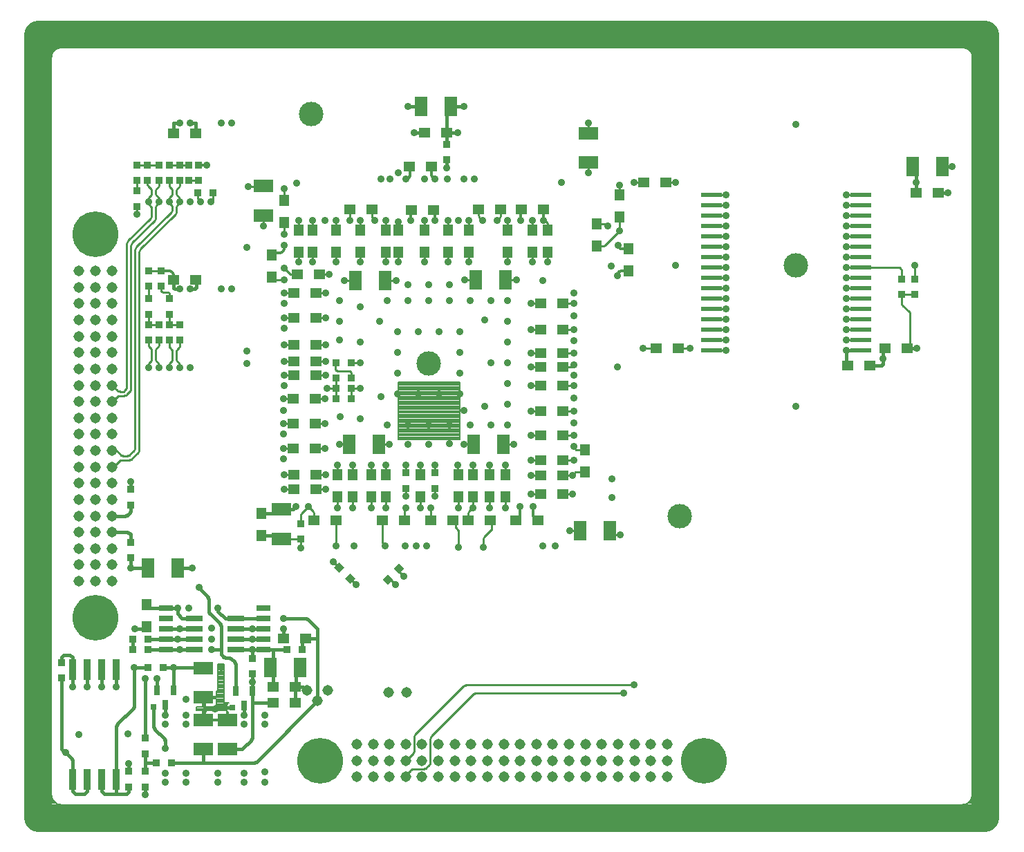
<source format=gbr>
G75*
G70*
%OFA0B0*%
%FSLAX24Y24*%
%IPPOS*%
%LPD*%
%AMOC8*
5,1,8,0,0,1.08239X$1,22.5*
%
%ADD10C,0.0515*%
%ADD11C,0.2205*%
%ADD12R,0.0800X0.0250*%
%ADD13R,0.0354X0.0354*%
%ADD14R,0.0551X0.0472*%
%ADD15R,0.0472X0.0551*%
%ADD16R,0.0354X0.0354*%
%ADD17R,0.1000X0.0220*%
%ADD18R,0.0630X0.0945*%
%ADD19R,0.0945X0.0630*%
%ADD20R,0.0250X0.0500*%
%ADD21R,0.0250X0.0250*%
%ADD22R,0.0700X0.0250*%
%ADD23R,0.0350X0.1000*%
%ADD24C,0.0360*%
%ADD25C,0.0100*%
%ADD26C,0.0160*%
%ADD27C,0.0120*%
%ADD28C,0.0080*%
%ADD29C,0.1339*%
%ADD30C,0.1266*%
%ADD31C,0.1181*%
D10*
X013905Y007105D03*
X014405Y006605D03*
X014905Y007105D03*
X017821Y007005D03*
X018689Y007005D03*
X018659Y004486D03*
X019446Y004486D03*
X019446Y003698D03*
X018659Y003698D03*
X018659Y002911D03*
X019446Y002911D03*
X020234Y002911D03*
X021021Y002911D03*
X021809Y002911D03*
X022596Y002911D03*
X022596Y003698D03*
X023383Y003698D03*
X024171Y003698D03*
X024171Y002911D03*
X023383Y002911D03*
X024958Y002911D03*
X024958Y003698D03*
X025746Y003698D03*
X026533Y003698D03*
X026533Y002911D03*
X025746Y002911D03*
X027320Y002911D03*
X027320Y003698D03*
X027320Y004486D03*
X026533Y004486D03*
X025746Y004486D03*
X024958Y004486D03*
X024171Y004486D03*
X023383Y004486D03*
X022596Y004486D03*
X021809Y004486D03*
X021021Y004486D03*
X020234Y004486D03*
X020234Y003698D03*
X021021Y003698D03*
X021809Y003698D03*
X017872Y003698D03*
X017872Y002911D03*
X017084Y002911D03*
X016297Y002911D03*
X016297Y003698D03*
X017084Y003698D03*
X017084Y004486D03*
X016297Y004486D03*
X017872Y004486D03*
X028108Y004486D03*
X028895Y004486D03*
X029683Y004486D03*
X030470Y004486D03*
X031257Y004486D03*
X031257Y003698D03*
X030470Y003698D03*
X030470Y002911D03*
X031257Y002911D03*
X029683Y002911D03*
X029683Y003698D03*
X028895Y003698D03*
X028108Y003698D03*
X028108Y002911D03*
X028895Y002911D03*
X004486Y012360D03*
X004486Y013147D03*
X004486Y013935D03*
X004486Y014722D03*
X004486Y015509D03*
X003698Y015509D03*
X002911Y015509D03*
X002911Y014722D03*
X003698Y014722D03*
X003698Y013935D03*
X002911Y013935D03*
X002911Y013147D03*
X003698Y013147D03*
X003698Y012360D03*
X002911Y012360D03*
X002911Y016297D03*
X003698Y016297D03*
X003698Y017084D03*
X002911Y017084D03*
X002911Y017872D03*
X003698Y017872D03*
X003698Y018659D03*
X002911Y018659D03*
X002911Y019446D03*
X003698Y019446D03*
X004486Y019446D03*
X004486Y018659D03*
X004486Y017872D03*
X004486Y017084D03*
X004486Y016297D03*
X004486Y020234D03*
X004486Y021021D03*
X004486Y021809D03*
X004486Y022596D03*
X004486Y023383D03*
X004486Y024171D03*
X004486Y024958D03*
X004486Y025746D03*
X004486Y026533D03*
X004486Y027320D03*
X003698Y027320D03*
X002911Y027320D03*
X002911Y026533D03*
X003698Y026533D03*
X003698Y025746D03*
X002911Y025746D03*
X002911Y024958D03*
X003698Y024958D03*
X003698Y024171D03*
X002911Y024171D03*
X002911Y023383D03*
X003698Y023383D03*
X003698Y022596D03*
X002911Y022596D03*
X002911Y021809D03*
X003698Y021809D03*
X003698Y021021D03*
X002911Y021021D03*
X002911Y020234D03*
X003698Y020234D03*
D11*
X003698Y029092D03*
X003698Y010588D03*
X014525Y003698D03*
X033029Y003698D03*
D12*
X010455Y009055D03*
X010455Y009555D03*
X010455Y010055D03*
X010455Y010555D03*
X008455Y010555D03*
X008455Y010055D03*
X008455Y009555D03*
X008455Y009055D03*
D13*
X006979Y008205D03*
X006231Y008205D03*
X006229Y009055D03*
X006229Y009555D03*
X005481Y009555D03*
X005481Y009055D03*
X002055Y008429D03*
X002055Y007681D03*
X006105Y004779D03*
X006105Y004031D03*
X006631Y003605D03*
X006105Y003179D03*
X005305Y003179D03*
X005305Y002431D03*
X006105Y002431D03*
X007379Y003605D03*
X011255Y007881D03*
X011255Y008629D03*
X012931Y009055D03*
X013679Y009055D03*
X013605Y014381D03*
X013605Y015129D03*
X018655Y016831D03*
X018655Y017579D03*
X020055Y017579D03*
X020055Y016831D03*
X016029Y021155D03*
X016029Y021655D03*
X016029Y022155D03*
X015281Y022155D03*
X015281Y021655D03*
X015281Y021155D03*
X015281Y022905D03*
X016029Y022905D03*
X007755Y023981D03*
X007255Y023981D03*
X006755Y023981D03*
X006255Y023981D03*
X006255Y024729D03*
X006755Y024729D03*
X007255Y024729D03*
X007755Y024729D03*
X007255Y025231D03*
X007255Y025979D03*
X006855Y026581D03*
X006255Y026581D03*
X006255Y027329D03*
X006855Y027329D03*
X006255Y025979D03*
X006255Y025231D03*
X005705Y030431D03*
X005705Y031179D03*
X005705Y031681D03*
X006205Y031681D03*
X006755Y031681D03*
X007255Y031681D03*
X007755Y031681D03*
X008205Y031681D03*
X008655Y031681D03*
X008631Y031105D03*
X009379Y031105D03*
X008655Y032429D03*
X008205Y032429D03*
X007755Y032429D03*
X007255Y032429D03*
X006755Y032429D03*
X006205Y032429D03*
X005705Y032429D03*
X020636Y032681D03*
X020636Y033429D03*
X005405Y016779D03*
X005405Y016031D03*
X005405Y014229D03*
X005405Y013481D03*
X042555Y026181D03*
X043205Y026181D03*
X043205Y026929D03*
X042555Y026929D03*
D14*
X042836Y023605D03*
X041774Y023605D03*
X041036Y022755D03*
X039974Y022755D03*
X031786Y023605D03*
X030724Y023605D03*
X026236Y023355D03*
X026236Y022705D03*
X026236Y021805D03*
X025174Y021805D03*
X025174Y022705D03*
X025174Y023355D03*
X025174Y024505D03*
X026236Y024505D03*
X026236Y025755D03*
X025174Y025755D03*
X025286Y030305D03*
X024224Y030305D03*
X023236Y030305D03*
X022174Y030305D03*
X019986Y030255D03*
X018924Y030255D03*
X017036Y030305D03*
X015974Y030305D03*
X018824Y032355D03*
X019886Y032355D03*
X019574Y034005D03*
X020636Y034005D03*
X014486Y027155D03*
X014336Y026255D03*
X013424Y027155D03*
X013274Y026255D03*
X013274Y025055D03*
X014336Y025055D03*
X014336Y023755D03*
X014336Y022955D03*
X014336Y022305D03*
X013274Y022305D03*
X013274Y022955D03*
X013274Y023755D03*
X013224Y021155D03*
X014286Y021155D03*
X014286Y019955D03*
X013224Y019955D03*
X013224Y018755D03*
X014286Y018755D03*
X014336Y017505D03*
X014336Y016805D03*
X013274Y016805D03*
X013274Y017505D03*
X014224Y015305D03*
X015286Y015305D03*
X017524Y015305D03*
X018586Y015305D03*
X019874Y015305D03*
X020936Y015305D03*
X021674Y015305D03*
X022736Y015305D03*
X023954Y015305D03*
X025016Y015305D03*
X025174Y016555D03*
X025174Y017455D03*
X025174Y018205D03*
X026236Y018205D03*
X026236Y017455D03*
X026236Y016555D03*
X026236Y019405D03*
X025174Y019405D03*
X025174Y020555D03*
X026236Y020555D03*
X013836Y009605D03*
X012774Y009605D03*
X012274Y007255D03*
X012274Y006505D03*
X013336Y006505D03*
X013336Y007255D03*
X008536Y026905D03*
X007474Y026905D03*
X007474Y033955D03*
X008536Y033955D03*
X030124Y031605D03*
X031186Y031605D03*
X043274Y031105D03*
X044336Y031105D03*
D15*
X029405Y028386D03*
X029405Y027324D03*
X027855Y028524D03*
X027855Y029586D03*
X028955Y029924D03*
X028955Y030986D03*
X025505Y029286D03*
X024755Y029286D03*
X024755Y028224D03*
X025505Y028224D03*
X023555Y028224D03*
X023555Y029286D03*
X021705Y029286D03*
X020705Y029286D03*
X020705Y028224D03*
X021705Y028224D03*
X019555Y028224D03*
X019555Y029286D03*
X018305Y029286D03*
X017705Y029286D03*
X017705Y028224D03*
X018305Y028224D03*
X016455Y028224D03*
X016455Y029286D03*
X015305Y029286D03*
X015305Y028224D03*
X014155Y028224D03*
X013505Y028224D03*
X013505Y029286D03*
X014155Y029286D03*
X012805Y029674D03*
X012805Y030736D03*
X012205Y028086D03*
X012205Y027024D03*
X015355Y017486D03*
X016105Y017486D03*
X017005Y017486D03*
X017705Y017486D03*
X017705Y016424D03*
X017005Y016424D03*
X016105Y016424D03*
X015355Y016424D03*
X011705Y015636D03*
X011705Y014574D03*
X006155Y011236D03*
X006155Y010174D03*
X019355Y016424D03*
X019355Y017486D03*
X021205Y017486D03*
X021905Y017486D03*
X022705Y017486D03*
X023455Y017486D03*
X023455Y016424D03*
X022705Y016424D03*
X021905Y016424D03*
X021205Y016424D03*
X027305Y017624D03*
X027305Y018686D03*
D16*
G36*
X018069Y012969D02*
X018319Y013219D01*
X018569Y012969D01*
X018319Y012719D01*
X018069Y012969D01*
G37*
G36*
X017541Y012441D02*
X017791Y012691D01*
X018041Y012441D01*
X017791Y012191D01*
X017541Y012441D01*
G37*
G36*
X015969Y012741D02*
X016219Y012491D01*
X015969Y012241D01*
X015719Y012491D01*
X015969Y012741D01*
G37*
G36*
X015441Y013269D02*
X015691Y013019D01*
X015441Y012769D01*
X015191Y013019D01*
X015441Y013269D01*
G37*
D17*
X033405Y023505D03*
X033405Y024005D03*
X033405Y024505D03*
X033405Y025005D03*
X033405Y025505D03*
X033405Y026005D03*
X033405Y026505D03*
X033405Y027005D03*
X033405Y027505D03*
X033405Y028005D03*
X033405Y028505D03*
X033405Y029005D03*
X033405Y029505D03*
X033405Y030005D03*
X033405Y030505D03*
X033405Y031005D03*
X040605Y031005D03*
X040605Y030505D03*
X040605Y030005D03*
X040605Y029505D03*
X040605Y029005D03*
X040605Y028505D03*
X040605Y028005D03*
X040605Y027505D03*
X040605Y027005D03*
X040605Y026505D03*
X040605Y026005D03*
X040605Y025505D03*
X040605Y025005D03*
X040605Y024505D03*
X040605Y024005D03*
X040605Y023505D03*
D18*
X043096Y032355D03*
X044514Y032355D03*
X023464Y026905D03*
X022046Y026905D03*
X017664Y026855D03*
X016246Y026855D03*
X015946Y018955D03*
X017364Y018955D03*
X021946Y018955D03*
X023364Y018955D03*
X027076Y014805D03*
X028494Y014805D03*
X013564Y008205D03*
X012146Y008205D03*
X007664Y013005D03*
X006246Y013005D03*
X019396Y035255D03*
X020814Y035255D03*
D19*
X027455Y033964D03*
X027455Y032546D03*
X011805Y031414D03*
X011805Y029996D03*
X012655Y015814D03*
X012655Y014396D03*
X008905Y008164D03*
X008905Y006746D03*
X008905Y005664D03*
X010055Y005664D03*
X010055Y004246D03*
X008905Y004246D03*
D20*
X007055Y006405D03*
X006655Y007105D03*
X007455Y007105D03*
X010455Y007055D03*
X011255Y007055D03*
X010855Y006355D03*
D21*
X010305Y006255D03*
X006505Y006305D03*
D22*
X007105Y009055D03*
X007105Y009555D03*
X007105Y010055D03*
X007105Y010555D03*
X007105Y011055D03*
X011805Y011055D03*
X011805Y010555D03*
X011805Y010055D03*
X011805Y009555D03*
X011805Y009055D03*
D23*
X004705Y008105D03*
X004005Y008105D03*
X003305Y008105D03*
X002605Y008105D03*
X002605Y002805D03*
X003305Y002805D03*
X004005Y002805D03*
X004705Y002805D03*
D24*
X005305Y003555D03*
X006105Y002055D03*
X007055Y002655D03*
X007055Y003105D03*
X008055Y003105D03*
X008055Y002655D03*
X009605Y002655D03*
X009605Y003105D03*
X010855Y003105D03*
X010855Y002655D03*
X011855Y002655D03*
X011855Y003155D03*
X011855Y005455D03*
X011855Y005905D03*
X010855Y005905D03*
X010855Y005455D03*
X009455Y006205D03*
X008055Y005905D03*
X008055Y005455D03*
X007055Y005455D03*
X007055Y005905D03*
X008055Y006655D03*
X006655Y007655D03*
X007455Y008205D03*
X007755Y009055D03*
X007655Y009555D03*
X007755Y010055D03*
X007655Y011055D03*
X008205Y011055D03*
X009305Y010105D03*
X009305Y009555D03*
X009305Y009055D03*
X009755Y008205D03*
X011255Y007505D03*
X011255Y009055D03*
X011255Y009555D03*
X011255Y010055D03*
X012755Y010055D03*
X012755Y010555D03*
X009605Y011055D03*
X008705Y012055D03*
X008355Y013005D03*
X005405Y013005D03*
X005605Y010055D03*
X005555Y008205D03*
X006105Y007655D03*
X004705Y007255D03*
X004005Y007255D03*
X003305Y007255D03*
X002605Y007255D03*
X000505Y007618D03*
X000505Y008405D03*
X000505Y009193D03*
X000505Y006831D03*
X000505Y006043D03*
X000505Y005256D03*
X000505Y004468D03*
X000505Y003681D03*
X000505Y002894D03*
X000505Y002106D03*
X001956Y000505D03*
X002756Y000505D03*
X003556Y000505D03*
X004344Y000505D03*
X005131Y000505D03*
X005918Y000505D03*
X006706Y000505D03*
X007493Y000505D03*
X008281Y000505D03*
X009068Y000505D03*
X009855Y000505D03*
X010643Y000505D03*
X011430Y000505D03*
X013356Y000505D03*
X014156Y000505D03*
X014956Y000505D03*
X015744Y000505D03*
X016531Y000505D03*
X017318Y000505D03*
X018106Y000505D03*
X018893Y000505D03*
X019681Y000505D03*
X020468Y000505D03*
X021255Y000505D03*
X022043Y000505D03*
X022830Y000505D03*
X024756Y000505D03*
X025556Y000505D03*
X026356Y000505D03*
X027144Y000505D03*
X027931Y000505D03*
X028718Y000505D03*
X029506Y000505D03*
X030293Y000505D03*
X031081Y000505D03*
X031868Y000505D03*
X032655Y000505D03*
X033443Y000505D03*
X034230Y000505D03*
X036156Y000505D03*
X036956Y000505D03*
X037756Y000505D03*
X038544Y000505D03*
X039331Y000505D03*
X040118Y000505D03*
X040906Y000505D03*
X041693Y000505D03*
X042481Y000505D03*
X043268Y000505D03*
X044055Y000505D03*
X044843Y000505D03*
X045630Y000505D03*
X047005Y002117D03*
X047005Y002905D03*
X047005Y003692D03*
X047005Y004479D03*
X047005Y005267D03*
X047005Y006054D03*
X047005Y006842D03*
X047005Y007629D03*
X047005Y008416D03*
X047005Y009204D03*
X047005Y011517D03*
X047005Y012305D03*
X047005Y013092D03*
X047005Y013879D03*
X047005Y014667D03*
X047005Y015454D03*
X047005Y016242D03*
X047005Y017029D03*
X047005Y017816D03*
X047005Y018604D03*
X047005Y021017D03*
X047005Y021805D03*
X047005Y022592D03*
X047005Y023379D03*
X047005Y024167D03*
X047005Y024954D03*
X047005Y025742D03*
X047005Y026529D03*
X047005Y027316D03*
X047005Y028104D03*
X047005Y030517D03*
X047005Y031305D03*
X047005Y032092D03*
X047005Y032879D03*
X047005Y033667D03*
X047005Y034454D03*
X047005Y035242D03*
X047005Y036029D03*
X047005Y036816D03*
X047005Y037604D03*
X045604Y039105D03*
X044804Y039105D03*
X044004Y039105D03*
X043216Y039105D03*
X042429Y039105D03*
X041642Y039105D03*
X040854Y039105D03*
X040067Y039105D03*
X039279Y039105D03*
X038492Y039105D03*
X037705Y039105D03*
X036917Y039105D03*
X036130Y039105D03*
X034204Y039105D03*
X033404Y039105D03*
X032604Y039105D03*
X031816Y039105D03*
X031029Y039105D03*
X030242Y039105D03*
X029454Y039105D03*
X028667Y039105D03*
X027879Y039105D03*
X027092Y039105D03*
X026305Y039105D03*
X025517Y039105D03*
X024730Y039105D03*
X022804Y039105D03*
X022004Y039105D03*
X021204Y039105D03*
X020416Y039105D03*
X019629Y039105D03*
X018842Y039105D03*
X018054Y039105D03*
X017267Y039105D03*
X016479Y039105D03*
X015692Y039105D03*
X014905Y039105D03*
X014117Y039105D03*
X013330Y039105D03*
X011404Y039105D03*
X010604Y039105D03*
X009804Y039105D03*
X009016Y039105D03*
X008229Y039105D03*
X007442Y039105D03*
X006654Y039105D03*
X005867Y039105D03*
X005079Y039105D03*
X004292Y039105D03*
X003505Y039105D03*
X002717Y039105D03*
X001930Y039105D03*
X000505Y037593D03*
X000505Y036805D03*
X000505Y036018D03*
X000505Y035231D03*
X000505Y034443D03*
X000505Y033656D03*
X000505Y032868D03*
X000505Y032081D03*
X000505Y031294D03*
X000505Y030506D03*
X000505Y028143D03*
X000505Y027355D03*
X000505Y026568D03*
X000505Y025781D03*
X000505Y024993D03*
X000505Y024206D03*
X000505Y023418D03*
X000505Y022631D03*
X000505Y021844D03*
X000505Y021056D03*
X000505Y018643D03*
X000505Y017855D03*
X000505Y017068D03*
X000505Y016281D03*
X000505Y015493D03*
X000505Y014706D03*
X000505Y013918D03*
X000505Y013131D03*
X000505Y012344D03*
X000505Y011556D03*
X005405Y017155D03*
X006255Y022655D03*
X006755Y022655D03*
X007255Y022655D03*
X007755Y022655D03*
X008255Y022655D03*
X011005Y022855D03*
X011005Y023455D03*
X012805Y023755D03*
X012805Y022955D03*
X012805Y022305D03*
X012805Y021805D03*
X012755Y021155D03*
X012755Y020605D03*
X012755Y019955D03*
X012755Y019455D03*
X012755Y018755D03*
X012755Y018255D03*
X012805Y017505D03*
X012805Y016805D03*
X013355Y015955D03*
X013955Y015955D03*
X014805Y016805D03*
X014805Y017505D03*
X015355Y017955D03*
X016105Y017955D03*
X017005Y017955D03*
X017705Y017955D03*
X018655Y017955D03*
X019355Y017955D03*
X020055Y017955D03*
X019755Y018955D03*
X018755Y018955D03*
X017855Y018955D03*
X017755Y019905D03*
X018755Y019905D03*
X019755Y019905D03*
X020755Y019905D03*
X021455Y020605D03*
X021755Y019905D03*
X022755Y019905D03*
X023555Y019905D03*
X023555Y020905D03*
X022455Y020805D03*
X021255Y021405D03*
X021255Y022405D03*
X020255Y021405D03*
X019255Y021405D03*
X018255Y021405D03*
X017455Y021255D03*
X016455Y021655D03*
X016455Y022905D03*
X016455Y023905D03*
X015455Y024005D03*
X014805Y023755D03*
X014805Y022955D03*
X014805Y022305D03*
X014855Y021655D03*
X014755Y021155D03*
X015505Y020305D03*
X014755Y019955D03*
X014755Y018755D03*
X015455Y018955D03*
X016455Y020205D03*
X018255Y022405D03*
X018255Y023405D03*
X018255Y024405D03*
X017405Y024905D03*
X016455Y025605D03*
X015455Y025905D03*
X014805Y026255D03*
X014955Y027155D03*
X015305Y027755D03*
X016455Y027755D03*
X015705Y026855D03*
X014155Y027755D03*
X013505Y027755D03*
X012805Y027455D03*
X012805Y026905D03*
X012805Y026255D03*
X012805Y025755D03*
X012805Y025055D03*
X012805Y024555D03*
X014805Y025055D03*
X015455Y024905D03*
X017755Y025905D03*
X018755Y025905D03*
X018755Y026655D03*
X018205Y026855D03*
X018305Y027755D03*
X017705Y027755D03*
X019555Y027755D03*
X020705Y027755D03*
X021705Y027755D03*
X021505Y026905D03*
X020755Y026655D03*
X020755Y025905D03*
X019755Y025905D03*
X019755Y026655D03*
X021755Y025905D03*
X022755Y025905D03*
X023555Y025905D03*
X024005Y026905D03*
X023555Y027755D03*
X024755Y027755D03*
X025505Y027755D03*
X025255Y026855D03*
X024705Y025755D03*
X023555Y024905D03*
X023555Y023905D03*
X024705Y023355D03*
X024705Y022705D03*
X024705Y021805D03*
X023555Y021905D03*
X023555Y022905D03*
X022755Y022905D03*
X021255Y023405D03*
X021255Y024405D03*
X020255Y024405D03*
X019255Y024405D03*
X022455Y024955D03*
X024705Y024505D03*
X026755Y024505D03*
X026755Y023955D03*
X026755Y023355D03*
X026755Y022805D03*
X026755Y022305D03*
X026755Y021805D03*
X026755Y021205D03*
X026755Y020555D03*
X026755Y020005D03*
X026755Y019405D03*
X026755Y018855D03*
X026755Y018205D03*
X026705Y017455D03*
X026705Y016555D03*
X026555Y014805D03*
X025855Y014055D03*
X025255Y014055D03*
X024805Y015955D03*
X024705Y016555D03*
X024155Y015955D03*
X023455Y015905D03*
X022705Y015905D03*
X021905Y015905D03*
X021205Y015905D03*
X020055Y016455D03*
X019855Y015905D03*
X019355Y015905D03*
X018655Y015905D03*
X018655Y016455D03*
X017705Y015905D03*
X017005Y015905D03*
X016105Y015905D03*
X015355Y015905D03*
X015305Y014055D03*
X015155Y013305D03*
X016155Y014055D03*
X017655Y014055D03*
X018629Y014055D03*
X019179Y014055D03*
X019655Y014055D03*
X021205Y014005D03*
X022405Y014005D03*
X018555Y012605D03*
X018155Y012205D03*
X016255Y012205D03*
X013605Y013955D03*
X020755Y019005D03*
X021455Y018955D03*
X021155Y017955D03*
X021905Y017955D03*
X022705Y017955D03*
X023455Y017955D03*
X023855Y018955D03*
X024705Y019405D03*
X024705Y020555D03*
X024705Y018205D03*
X024705Y017455D03*
X028605Y017305D03*
X028605Y016405D03*
X029005Y014605D03*
X037455Y020805D03*
X039905Y023505D03*
X039905Y024005D03*
X039905Y024505D03*
X039905Y025005D03*
X039905Y025505D03*
X039905Y026005D03*
X039905Y026505D03*
X039905Y027005D03*
X039905Y027505D03*
X039905Y028005D03*
X039905Y028505D03*
X039905Y029005D03*
X039905Y029505D03*
X039905Y030005D03*
X039905Y030505D03*
X039905Y031005D03*
X043255Y031605D03*
X044805Y031105D03*
X045005Y032355D03*
X043205Y027605D03*
X043305Y023605D03*
X041655Y023105D03*
X034105Y023505D03*
X034105Y024005D03*
X034105Y024505D03*
X034105Y025005D03*
X034105Y025505D03*
X034105Y026005D03*
X034105Y026505D03*
X034105Y027005D03*
X034105Y027505D03*
X034105Y028005D03*
X034105Y028505D03*
X034105Y029005D03*
X034105Y029505D03*
X034105Y030005D03*
X034105Y030505D03*
X034105Y031005D03*
X031655Y031605D03*
X029655Y031605D03*
X028955Y031455D03*
X027455Y032055D03*
X026155Y031605D03*
X025305Y029755D03*
X024755Y029755D03*
X024205Y029755D03*
X023555Y029755D03*
X023055Y029755D03*
X022355Y029755D03*
X021705Y029755D03*
X021205Y029755D03*
X020705Y029755D03*
X020055Y029755D03*
X019555Y029755D03*
X018905Y029755D03*
X018305Y029705D03*
X017705Y029755D03*
X017155Y029755D03*
X016455Y029755D03*
X015955Y029755D03*
X015305Y029755D03*
X014755Y029755D03*
X014155Y029755D03*
X013505Y029755D03*
X012805Y029105D03*
X012805Y028555D03*
X011805Y029505D03*
X011005Y028455D03*
X010255Y026455D03*
X009755Y026455D03*
X008255Y026455D03*
X007755Y026455D03*
X005705Y030055D03*
X006255Y030655D03*
X006755Y030655D03*
X007255Y030655D03*
X007755Y030655D03*
X008255Y030655D03*
X008755Y030655D03*
X009255Y030655D03*
X009065Y032425D03*
X011055Y031405D03*
X012805Y031305D03*
X013405Y031555D03*
X010255Y034455D03*
X009755Y034455D03*
X008255Y034455D03*
X007755Y034455D03*
X017455Y031755D03*
X017905Y031755D03*
X018305Y032055D03*
X018655Y031755D03*
X019555Y031755D03*
X020055Y031755D03*
X020655Y031755D03*
X020636Y032305D03*
X021455Y031755D03*
X021955Y031755D03*
X021155Y034005D03*
X021455Y035255D03*
X019055Y034005D03*
X018755Y035255D03*
X027455Y034455D03*
X028405Y029505D03*
X028955Y029255D03*
X028905Y028555D03*
X028555Y027555D03*
X028855Y027105D03*
X026755Y026255D03*
X026755Y025755D03*
X026755Y025155D03*
X028855Y022705D03*
X030105Y023605D03*
X032355Y023605D03*
X031655Y027605D03*
X037455Y034405D03*
X029655Y007355D03*
X029155Y006955D03*
X007055Y004305D03*
X005255Y005005D03*
X002905Y004955D03*
X002255Y004105D03*
D25*
X013605Y013955D02*
X013605Y014381D01*
X013605Y014396D01*
X012655Y014396D01*
X013605Y015129D02*
X013605Y015553D01*
X013642Y015642D02*
X013955Y015955D01*
X014187Y015723D01*
X014224Y015635D02*
X014224Y015305D01*
X014224Y015635D02*
X014222Y015655D01*
X014218Y015674D01*
X014210Y015692D01*
X014200Y015708D01*
X014187Y015723D01*
X013642Y015641D02*
X013629Y015626D01*
X013619Y015610D01*
X013611Y015592D01*
X013607Y015573D01*
X013605Y015553D01*
X013274Y016805D02*
X012805Y016805D01*
X012805Y017505D02*
X013274Y017505D01*
X014336Y017505D02*
X014805Y017505D01*
X015355Y017486D02*
X015355Y017955D01*
X016105Y017955D02*
X016105Y017486D01*
X017005Y017486D02*
X017005Y017955D01*
X017705Y017955D02*
X017705Y017486D01*
X018655Y017579D02*
X018655Y017955D01*
X019355Y017955D02*
X019355Y017486D01*
X020055Y017579D02*
X020055Y017955D01*
X021155Y017955D02*
X021155Y017486D01*
X021205Y017486D01*
X021905Y017486D02*
X021905Y017955D01*
X022705Y017955D02*
X022705Y017486D01*
X023455Y017486D02*
X023455Y017955D01*
X023364Y018955D02*
X023855Y018955D01*
X024705Y019405D02*
X025174Y019405D01*
X026236Y019405D02*
X026755Y019405D01*
X026755Y018855D02*
X026874Y018686D01*
X027305Y018686D01*
X026755Y018205D02*
X026236Y018205D01*
X026236Y017455D02*
X026705Y017455D01*
X026824Y017624D01*
X027305Y017624D01*
X026705Y016555D02*
X026236Y016555D01*
X025174Y016555D02*
X024705Y016555D01*
X023455Y016424D02*
X023455Y015905D01*
X022705Y015905D02*
X022705Y016424D01*
X021905Y016424D02*
X021905Y015905D01*
X021769Y015799D01*
X021674Y015602D02*
X021674Y015305D01*
X021674Y015602D02*
X021676Y015630D01*
X021680Y015658D01*
X021688Y015685D01*
X021699Y015711D01*
X021713Y015736D01*
X021730Y015759D01*
X021749Y015780D01*
X021770Y015799D01*
X021205Y015905D02*
X021205Y016424D01*
X020055Y016455D02*
X020055Y016831D01*
X019355Y016424D02*
X019355Y015905D01*
X019855Y015905D02*
X019874Y015886D01*
X019874Y015305D01*
X018586Y015305D02*
X018586Y015836D01*
X018655Y015905D01*
X018655Y016455D02*
X018655Y016831D01*
X017705Y016424D02*
X017705Y015905D01*
X017524Y015305D02*
X017524Y014186D01*
X017655Y014055D01*
X018319Y012969D02*
X018319Y012841D01*
X018555Y012605D01*
X018155Y012205D02*
X017919Y012441D01*
X017791Y012441D01*
X016255Y012205D02*
X015969Y012491D01*
X015505Y012955D02*
X015155Y013305D01*
X015441Y013019D02*
X015441Y012891D01*
X015505Y012955D01*
X015305Y014055D02*
X015286Y014824D01*
X015286Y015305D01*
X015355Y015905D02*
X015355Y016424D01*
X014805Y016805D02*
X014336Y016805D01*
X016105Y016424D02*
X016105Y015905D01*
X017005Y015905D02*
X017005Y016424D01*
X017364Y018955D02*
X017855Y018955D01*
X015946Y018955D02*
X015455Y018955D01*
X014755Y018755D02*
X014286Y018755D01*
X013224Y018755D02*
X012755Y018755D01*
X012755Y019955D02*
X013224Y019955D01*
X014286Y019955D02*
X014755Y019955D01*
X014755Y021155D02*
X014286Y021155D01*
X014855Y021655D02*
X015281Y021655D01*
X015281Y021155D01*
X015281Y021655D02*
X015281Y022155D01*
X015380Y022505D02*
X015904Y022505D01*
X015924Y022503D01*
X015943Y022499D01*
X015961Y022491D01*
X015977Y022481D01*
X015992Y022468D01*
X016005Y022453D01*
X016015Y022437D01*
X016023Y022419D01*
X016027Y022400D01*
X016029Y022380D01*
X016029Y022155D01*
X016029Y021655D02*
X016455Y021655D01*
X016029Y021655D02*
X016029Y021155D01*
X014805Y022305D02*
X014336Y022305D01*
X014336Y022955D02*
X014805Y022955D01*
X015255Y022855D02*
X015255Y022630D01*
X015257Y022610D01*
X015261Y022591D01*
X015269Y022573D01*
X015279Y022557D01*
X015292Y022542D01*
X015307Y022529D01*
X015323Y022519D01*
X015341Y022511D01*
X015360Y022507D01*
X015380Y022505D01*
X015255Y022855D02*
X015281Y022905D01*
X016029Y022905D02*
X016455Y022905D01*
X014805Y023755D02*
X014336Y023755D01*
X013274Y023755D02*
X012805Y023755D01*
X012805Y022955D02*
X013274Y022955D01*
X013274Y022305D02*
X012805Y022305D01*
X012755Y021155D02*
X013224Y021155D01*
X013274Y025055D02*
X012805Y025055D01*
X012805Y026255D02*
X013274Y026255D01*
X012805Y026905D02*
X012205Y026905D01*
X012205Y027024D01*
X012805Y027455D02*
X013105Y027155D01*
X013424Y027155D01*
X013505Y027755D02*
X013505Y028224D01*
X014155Y028224D02*
X014155Y027755D01*
X014486Y027155D02*
X014955Y027155D01*
X015305Y027755D02*
X015305Y028224D01*
X015305Y029286D02*
X015305Y029755D01*
X015955Y029755D02*
X015974Y029786D01*
X015974Y030305D01*
X016455Y029755D02*
X016455Y029286D01*
X017036Y029960D02*
X017036Y030305D01*
X017037Y029960D02*
X017039Y029933D01*
X017043Y029905D01*
X017051Y029879D01*
X017062Y029854D01*
X017076Y029830D01*
X017092Y029808D01*
X017111Y029788D01*
X017132Y029770D01*
X017155Y029755D01*
X017705Y029755D02*
X017705Y029286D01*
X018305Y029286D02*
X018305Y029705D01*
X019555Y029755D02*
X019555Y029286D01*
X019555Y028224D02*
X019555Y027755D01*
X020705Y027755D02*
X020705Y028224D01*
X021705Y028224D02*
X021705Y027755D01*
X021505Y026905D02*
X022046Y026905D01*
X023464Y026905D02*
X024005Y026905D01*
X023555Y027755D02*
X023555Y028224D01*
X023555Y029286D02*
X023555Y029755D01*
X023163Y029863D02*
X023055Y029755D01*
X023163Y029863D02*
X023181Y029884D01*
X023198Y029907D01*
X023211Y029932D01*
X023222Y029957D01*
X023230Y029984D01*
X023234Y030012D01*
X023236Y030040D01*
X023236Y030305D01*
X022247Y029863D02*
X022229Y029884D01*
X022212Y029907D01*
X022199Y029932D01*
X022188Y029957D01*
X022180Y029984D01*
X022176Y030012D01*
X022174Y030040D01*
X022174Y030305D01*
X022247Y029863D02*
X022355Y029755D01*
X021705Y029755D02*
X021705Y029286D01*
X020705Y029286D02*
X020705Y029755D01*
X018305Y028224D02*
X018305Y027755D01*
X017705Y027755D02*
X017705Y028224D01*
X016455Y028224D02*
X016455Y027755D01*
X016246Y026855D02*
X015705Y026855D01*
X014805Y026255D02*
X014336Y026255D01*
X014336Y025055D02*
X014805Y025055D01*
X017664Y026855D02*
X018205Y026855D01*
X014155Y029286D02*
X014155Y029755D01*
X013505Y029755D02*
X013505Y029286D01*
X012805Y029105D02*
X012805Y029674D01*
X011805Y029505D02*
X011805Y029996D01*
X012805Y030736D02*
X012805Y031305D01*
X011805Y031414D02*
X011055Y031405D01*
X009379Y031105D02*
X009379Y030883D01*
X009306Y030706D02*
X009255Y030655D01*
X009306Y030706D02*
X009324Y030727D01*
X009341Y030750D01*
X009354Y030775D01*
X009365Y030800D01*
X009373Y030827D01*
X009377Y030855D01*
X009379Y030883D01*
X008704Y030706D02*
X008686Y030727D01*
X008669Y030750D01*
X008656Y030775D01*
X008645Y030800D01*
X008637Y030827D01*
X008633Y030855D01*
X008631Y030883D01*
X008631Y031105D01*
X008704Y030706D02*
X008755Y030655D01*
X007755Y030655D02*
X007755Y030803D01*
X007718Y030892D02*
X007642Y030968D01*
X007605Y031057D02*
X007605Y031203D01*
X007642Y031292D02*
X007718Y031368D01*
X007755Y031457D02*
X007755Y031681D01*
X007755Y031457D02*
X007753Y031437D01*
X007749Y031418D01*
X007741Y031400D01*
X007731Y031384D01*
X007718Y031369D01*
X007642Y031291D02*
X007629Y031276D01*
X007619Y031260D01*
X007611Y031242D01*
X007607Y031223D01*
X007605Y031203D01*
X007605Y031057D02*
X007607Y031037D01*
X007611Y031018D01*
X007619Y031000D01*
X007629Y030984D01*
X007642Y030969D01*
X007718Y030891D02*
X007731Y030876D01*
X007741Y030860D01*
X007749Y030842D01*
X007753Y030823D01*
X007755Y030803D01*
X007755Y030655D02*
X007755Y030605D01*
X007642Y030492D01*
X007605Y030403D02*
X007605Y030209D01*
X007532Y030032D02*
X005878Y028378D01*
X005678Y028478D02*
X005660Y028457D01*
X005643Y028434D01*
X005630Y028409D01*
X005619Y028384D01*
X005611Y028357D01*
X005607Y028329D01*
X005605Y028301D01*
X005605Y018809D01*
X005805Y018709D02*
X005803Y018681D01*
X005799Y018653D01*
X005791Y018626D01*
X005780Y018601D01*
X005767Y018576D01*
X005750Y018553D01*
X005732Y018532D01*
X005478Y018278D01*
X005301Y018205D02*
X005009Y018205D01*
X004832Y018132D02*
X004572Y017872D01*
X004486Y017872D01*
X004832Y018132D02*
X004853Y018150D01*
X004876Y018167D01*
X004901Y018180D01*
X004926Y018191D01*
X004953Y018199D01*
X004981Y018203D01*
X005009Y018205D01*
X005059Y018405D02*
X005201Y018405D01*
X005301Y018205D02*
X005329Y018207D01*
X005357Y018211D01*
X005384Y018219D01*
X005409Y018230D01*
X005434Y018243D01*
X005457Y018260D01*
X005478Y018278D01*
X005378Y018478D02*
X005532Y018632D01*
X005550Y018653D01*
X005567Y018676D01*
X005580Y018701D01*
X005591Y018726D01*
X005599Y018753D01*
X005603Y018781D01*
X005605Y018809D01*
X005805Y018709D02*
X005805Y028201D01*
X005807Y028229D01*
X005811Y028257D01*
X005819Y028284D01*
X005830Y028309D01*
X005843Y028334D01*
X005860Y028357D01*
X005878Y028378D01*
X005678Y028478D02*
X007332Y030132D01*
X007532Y030032D02*
X007550Y030053D01*
X007567Y030076D01*
X007580Y030101D01*
X007591Y030126D01*
X007599Y030153D01*
X007603Y030181D01*
X007605Y030209D01*
X007405Y030309D02*
X007405Y030403D01*
X007368Y030492D02*
X007255Y030605D01*
X007255Y030655D01*
X007255Y030803D01*
X007292Y030892D02*
X007368Y030968D01*
X007405Y031057D02*
X007405Y031203D01*
X007368Y031292D02*
X007292Y031368D01*
X007255Y031457D02*
X007255Y031681D01*
X007255Y031457D02*
X007257Y031437D01*
X007261Y031418D01*
X007269Y031400D01*
X007279Y031384D01*
X007292Y031369D01*
X007368Y031291D02*
X007381Y031276D01*
X007391Y031260D01*
X007399Y031242D01*
X007403Y031223D01*
X007405Y031203D01*
X007405Y031057D02*
X007403Y031037D01*
X007399Y031018D01*
X007391Y031000D01*
X007381Y030984D01*
X007368Y030969D01*
X007292Y030891D02*
X007279Y030876D01*
X007269Y030860D01*
X007261Y030842D01*
X007257Y030823D01*
X007255Y030803D01*
X007368Y030491D02*
X007381Y030476D01*
X007391Y030460D01*
X007399Y030442D01*
X007403Y030423D01*
X007405Y030403D01*
X007405Y030309D02*
X007403Y030281D01*
X007399Y030253D01*
X007391Y030226D01*
X007380Y030201D01*
X007367Y030176D01*
X007350Y030153D01*
X007332Y030132D01*
X007605Y030403D02*
X007607Y030423D01*
X007611Y030442D01*
X007619Y030460D01*
X007629Y030476D01*
X007642Y030491D01*
X006755Y030605D02*
X006755Y030655D01*
X006755Y030855D01*
X006642Y030968D01*
X006605Y031057D02*
X006605Y031203D01*
X006642Y031292D02*
X006718Y031368D01*
X006755Y031457D02*
X006755Y031681D01*
X006755Y031457D02*
X006753Y031437D01*
X006749Y031418D01*
X006741Y031400D01*
X006731Y031384D01*
X006718Y031369D01*
X006642Y031291D02*
X006629Y031276D01*
X006619Y031260D01*
X006611Y031242D01*
X006607Y031223D01*
X006605Y031203D01*
X006605Y031057D02*
X006607Y031037D01*
X006611Y031018D01*
X006619Y031000D01*
X006629Y030984D01*
X006642Y030969D01*
X006405Y031057D02*
X006405Y031203D01*
X006368Y031292D02*
X006242Y031418D01*
X006205Y031507D02*
X006205Y031681D01*
X006205Y031507D02*
X006207Y031487D01*
X006211Y031468D01*
X006219Y031450D01*
X006229Y031434D01*
X006242Y031419D01*
X006368Y031291D02*
X006381Y031276D01*
X006391Y031260D01*
X006399Y031242D01*
X006403Y031223D01*
X006405Y031203D01*
X006405Y031057D02*
X006403Y031037D01*
X006399Y031018D01*
X006391Y031000D01*
X006381Y030984D01*
X006368Y030969D01*
X006368Y030968D02*
X006292Y030892D01*
X006255Y030803D02*
X006255Y030655D01*
X006255Y030555D01*
X006368Y030442D01*
X006405Y030353D02*
X006405Y030009D01*
X006605Y029909D02*
X006603Y029881D01*
X006599Y029853D01*
X006591Y029826D01*
X006580Y029801D01*
X006567Y029776D01*
X006550Y029753D01*
X006532Y029732D01*
X005478Y028678D01*
X005278Y028778D02*
X005260Y028757D01*
X005243Y028734D01*
X005230Y028709D01*
X005219Y028684D01*
X005211Y028657D01*
X005207Y028629D01*
X005205Y028601D01*
X005205Y021759D01*
X005405Y021659D02*
X005403Y021631D01*
X005399Y021603D01*
X005391Y021576D01*
X005380Y021551D01*
X005367Y021526D01*
X005350Y021503D01*
X005332Y021482D01*
X005228Y021378D01*
X005051Y021305D02*
X004909Y021305D01*
X004732Y021232D02*
X004521Y021021D01*
X004486Y021021D01*
X004732Y021232D02*
X004753Y021250D01*
X004776Y021267D01*
X004801Y021280D01*
X004826Y021291D01*
X004853Y021299D01*
X004881Y021303D01*
X004909Y021305D01*
X004909Y021505D02*
X005055Y021505D01*
X005132Y021582D01*
X005228Y021378D02*
X005207Y021360D01*
X005184Y021343D01*
X005159Y021330D01*
X005134Y021319D01*
X005107Y021311D01*
X005079Y021307D01*
X005051Y021305D01*
X004732Y021578D02*
X004501Y021809D01*
X004486Y021809D01*
X004732Y021578D02*
X004753Y021560D01*
X004776Y021543D01*
X004801Y021530D01*
X004826Y021519D01*
X004853Y021511D01*
X004881Y021507D01*
X004909Y021505D01*
X005132Y021582D02*
X005150Y021603D01*
X005167Y021626D01*
X005180Y021651D01*
X005191Y021676D01*
X005199Y021703D01*
X005203Y021731D01*
X005205Y021759D01*
X005405Y021659D02*
X005405Y028501D01*
X005407Y028529D01*
X005411Y028557D01*
X005419Y028584D01*
X005430Y028609D01*
X005443Y028634D01*
X005460Y028657D01*
X005478Y028678D01*
X005278Y028778D02*
X006332Y029832D01*
X006350Y029853D01*
X006367Y029876D01*
X006380Y029901D01*
X006391Y029926D01*
X006399Y029953D01*
X006403Y029981D01*
X006405Y030009D01*
X006605Y029909D02*
X006605Y030403D01*
X006642Y030492D02*
X006755Y030605D01*
X006642Y030491D02*
X006629Y030476D01*
X006619Y030460D01*
X006611Y030442D01*
X006607Y030423D01*
X006605Y030403D01*
X006405Y030353D02*
X006403Y030373D01*
X006399Y030392D01*
X006391Y030410D01*
X006381Y030426D01*
X006368Y030441D01*
X006255Y030803D02*
X006257Y030823D01*
X006261Y030842D01*
X006269Y030860D01*
X006279Y030876D01*
X006292Y030891D01*
X005705Y031179D02*
X005705Y031681D01*
X005705Y032429D02*
X006205Y032429D01*
X006755Y032429D01*
X007255Y032429D02*
X007755Y032429D01*
X008205Y032429D01*
X008205Y031681D02*
X008655Y031681D01*
X005705Y030431D02*
X005705Y030055D01*
X006255Y027329D02*
X006855Y027329D01*
X007455Y026924D02*
X007474Y026905D01*
X007153Y026305D02*
X006957Y026305D01*
X006868Y026341D02*
X006861Y026351D01*
X006857Y026362D01*
X006855Y026374D01*
X006855Y026581D01*
X006869Y026342D02*
X006884Y026329D01*
X006900Y026319D01*
X006918Y026311D01*
X006937Y026307D01*
X006957Y026305D01*
X007153Y026305D02*
X007173Y026303D01*
X007192Y026299D01*
X007210Y026291D01*
X007226Y026281D01*
X007241Y026268D01*
X007255Y026236D02*
X007255Y025979D01*
X007255Y026236D02*
X007253Y026248D01*
X007249Y026259D01*
X007242Y026269D01*
X006255Y025979D02*
X006255Y026581D01*
X006255Y025231D02*
X006255Y024729D01*
X006755Y024729D01*
X007255Y024729D02*
X007255Y025231D01*
X007255Y024729D02*
X007755Y024729D01*
X007755Y023981D02*
X007755Y023707D01*
X007718Y023618D02*
X007642Y023542D01*
X007605Y023453D02*
X007605Y023057D01*
X007642Y022968D02*
X007718Y022892D01*
X007755Y022803D02*
X007755Y022655D01*
X007755Y022803D02*
X007753Y022823D01*
X007749Y022842D01*
X007741Y022860D01*
X007731Y022876D01*
X007718Y022891D01*
X007642Y022969D02*
X007629Y022984D01*
X007619Y023000D01*
X007611Y023018D01*
X007607Y023037D01*
X007605Y023057D01*
X007405Y023057D02*
X007405Y023453D01*
X007368Y023542D02*
X007292Y023618D01*
X007255Y023707D02*
X007255Y023981D01*
X007255Y023707D02*
X007257Y023687D01*
X007261Y023668D01*
X007269Y023650D01*
X007279Y023634D01*
X007292Y023619D01*
X007368Y023541D02*
X007381Y023526D01*
X007391Y023510D01*
X007399Y023492D01*
X007403Y023473D01*
X007405Y023453D01*
X007605Y023453D02*
X007607Y023473D01*
X007611Y023492D01*
X007619Y023510D01*
X007629Y023526D01*
X007642Y023541D01*
X007718Y023619D02*
X007731Y023634D01*
X007741Y023650D01*
X007749Y023668D01*
X007753Y023687D01*
X007755Y023707D01*
X007405Y023057D02*
X007403Y023037D01*
X007399Y023018D01*
X007391Y023000D01*
X007381Y022984D01*
X007368Y022969D01*
X007368Y022968D02*
X007292Y022892D01*
X007255Y022803D02*
X007255Y022655D01*
X007255Y022803D02*
X007257Y022823D01*
X007261Y022842D01*
X007269Y022860D01*
X007279Y022876D01*
X007292Y022891D01*
X006755Y022803D02*
X006755Y022655D01*
X006755Y022803D02*
X006753Y022823D01*
X006749Y022842D01*
X006741Y022860D01*
X006731Y022876D01*
X006718Y022891D01*
X006718Y022892D02*
X006642Y022968D01*
X006605Y023057D02*
X006605Y023503D01*
X006642Y023592D02*
X006718Y023668D01*
X006755Y023757D02*
X006755Y023981D01*
X006755Y023757D02*
X006753Y023737D01*
X006749Y023718D01*
X006741Y023700D01*
X006731Y023684D01*
X006718Y023669D01*
X006642Y023591D02*
X006629Y023576D01*
X006619Y023560D01*
X006611Y023542D01*
X006607Y023523D01*
X006605Y023503D01*
X006405Y023503D02*
X006405Y023057D01*
X006368Y022968D02*
X006292Y022892D01*
X006255Y022803D02*
X006255Y022655D01*
X006255Y022803D02*
X006257Y022823D01*
X006261Y022842D01*
X006269Y022860D01*
X006279Y022876D01*
X006292Y022891D01*
X006368Y022969D02*
X006381Y022984D01*
X006391Y023000D01*
X006399Y023018D01*
X006403Y023037D01*
X006405Y023057D01*
X006605Y023057D02*
X006607Y023037D01*
X006611Y023018D01*
X006619Y023000D01*
X006629Y022984D01*
X006642Y022969D01*
X006405Y023503D02*
X006403Y023523D01*
X006399Y023542D01*
X006391Y023560D01*
X006381Y023576D01*
X006368Y023591D01*
X006368Y023592D02*
X006292Y023668D01*
X006255Y023757D02*
X006255Y023981D01*
X006255Y023757D02*
X006257Y023737D01*
X006261Y023718D01*
X006269Y023700D01*
X006279Y023684D01*
X006292Y023669D01*
X005378Y018478D02*
X005357Y018460D01*
X005334Y018443D01*
X005309Y018430D01*
X005284Y018419D01*
X005257Y018411D01*
X005229Y018407D01*
X005201Y018405D01*
X005059Y018405D02*
X005031Y018407D01*
X005003Y018411D01*
X004976Y018419D01*
X004951Y018430D01*
X004926Y018443D01*
X004903Y018460D01*
X004882Y018478D01*
X004701Y018659D01*
X004486Y018659D01*
X020936Y015324D02*
X021055Y015305D01*
X021055Y015007D01*
X021092Y014918D02*
X021168Y014842D01*
X021205Y014753D02*
X021205Y014005D01*
X021205Y014753D02*
X021203Y014773D01*
X021199Y014792D01*
X021191Y014810D01*
X021181Y014826D01*
X021168Y014841D01*
X021092Y014919D02*
X021079Y014934D01*
X021069Y014950D01*
X021061Y014968D01*
X021057Y014987D01*
X021055Y015007D01*
X020936Y015305D02*
X020936Y015324D01*
X022442Y014492D02*
X022768Y014818D01*
X022805Y014907D02*
X022805Y015205D01*
X022755Y015255D01*
X022736Y015286D01*
X022736Y015305D01*
X022805Y014907D02*
X022803Y014887D01*
X022799Y014868D01*
X022791Y014850D01*
X022781Y014834D01*
X022768Y014819D01*
X022442Y014491D02*
X022429Y014476D01*
X022419Y014460D01*
X022411Y014442D01*
X022407Y014423D01*
X022405Y014403D01*
X022405Y014005D01*
X026555Y014805D02*
X027076Y014805D01*
X028494Y014805D02*
X028496Y014800D01*
X028500Y014797D01*
X028505Y014796D01*
X028505Y014605D01*
X029005Y014605D01*
X025174Y017455D02*
X024705Y017455D01*
X024705Y018205D02*
X025174Y018205D01*
X025174Y020555D02*
X024705Y020555D01*
X024705Y021805D02*
X025174Y021805D01*
X025174Y022705D02*
X024705Y022705D01*
X024705Y023355D02*
X025174Y023355D01*
X026236Y023355D02*
X026755Y023355D01*
X026755Y022805D02*
X026655Y022705D01*
X026236Y022705D01*
X026236Y021805D02*
X026755Y021805D01*
X026755Y020555D02*
X026236Y020555D01*
X030105Y023605D02*
X030724Y023605D01*
X031786Y023605D02*
X032355Y023605D01*
X033405Y023505D02*
X034105Y023505D01*
X034105Y024005D02*
X033405Y024005D01*
X033405Y024505D02*
X034105Y024505D01*
X034105Y025005D02*
X033405Y025005D01*
X033405Y025505D02*
X034105Y025505D01*
X034105Y026005D02*
X033405Y026005D01*
X033405Y026505D02*
X034105Y026505D01*
X034105Y027005D02*
X033405Y027005D01*
X033405Y027505D02*
X034105Y027505D01*
X034105Y028005D02*
X033405Y028005D01*
X033405Y028505D02*
X034105Y028505D01*
X034105Y029005D02*
X033405Y029005D01*
X033405Y029505D02*
X034105Y029505D01*
X034105Y030005D02*
X033405Y030005D01*
X033405Y030505D02*
X034105Y030505D01*
X034105Y031005D02*
X033405Y031005D01*
X031655Y031605D02*
X031186Y031605D01*
X030124Y031605D02*
X029655Y031605D01*
X028955Y031455D02*
X028955Y030986D01*
X028955Y029924D02*
X028955Y029255D01*
X028260Y028560D01*
X028172Y028524D02*
X027855Y028524D01*
X028172Y028524D02*
X028192Y028526D01*
X028211Y028530D01*
X028229Y028538D01*
X028245Y028548D01*
X028260Y028561D01*
X028405Y029505D02*
X028324Y029586D01*
X027855Y029586D01*
X025505Y029555D02*
X025505Y029286D01*
X025505Y029555D02*
X025503Y029581D01*
X025498Y029607D01*
X025490Y029632D01*
X025478Y029655D01*
X025464Y029677D01*
X025446Y029696D01*
X025427Y029714D01*
X025405Y029728D01*
X025382Y029740D01*
X025357Y029748D01*
X025331Y029753D01*
X025305Y029755D01*
X024755Y029755D02*
X024755Y029286D01*
X024755Y028224D02*
X024755Y027755D01*
X025505Y027755D02*
X025505Y028224D01*
X025286Y030305D02*
X025386Y030386D01*
X025355Y030405D01*
X025286Y030305D01*
X027455Y032055D02*
X027455Y032546D01*
X027455Y033964D02*
X027455Y034455D01*
X020814Y035255D02*
X020636Y035255D01*
X020605Y035255D02*
X020814Y035255D01*
X019574Y035255D02*
X019396Y035255D01*
X024705Y025755D02*
X025174Y025755D01*
X026236Y025755D02*
X026755Y025755D01*
X026755Y024505D02*
X026236Y024505D01*
X025174Y024505D02*
X024705Y024505D01*
X021946Y018955D02*
X021455Y018955D01*
X021609Y007355D02*
X029655Y007355D01*
X029155Y006955D02*
X022059Y006955D01*
X021882Y006882D02*
X019918Y004918D01*
X019845Y004741D02*
X019845Y003649D01*
X019772Y003472D02*
X019678Y003378D01*
X019501Y003305D02*
X019059Y003305D01*
X018882Y003232D02*
X018659Y003009D01*
X018659Y002911D01*
X018882Y003232D02*
X018903Y003250D01*
X018926Y003267D01*
X018951Y003280D01*
X018976Y003291D01*
X019003Y003299D01*
X019031Y003303D01*
X019059Y003305D01*
X019501Y003305D02*
X019529Y003307D01*
X019557Y003311D01*
X019584Y003319D01*
X019609Y003330D01*
X019634Y003343D01*
X019657Y003360D01*
X019678Y003378D01*
X019772Y003472D02*
X019790Y003493D01*
X019807Y003516D01*
X019820Y003541D01*
X019831Y003566D01*
X019839Y003593D01*
X019843Y003621D01*
X019845Y003649D01*
X019055Y004198D02*
X019055Y004801D01*
X019128Y004978D02*
X021432Y007282D01*
X021453Y007300D01*
X021476Y007317D01*
X021501Y007330D01*
X021526Y007341D01*
X021553Y007349D01*
X021581Y007353D01*
X021609Y007355D01*
X021882Y006882D02*
X021903Y006900D01*
X021926Y006917D01*
X021951Y006930D01*
X021976Y006941D01*
X022003Y006949D01*
X022031Y006953D01*
X022059Y006955D01*
X019918Y004918D02*
X019900Y004897D01*
X019883Y004874D01*
X019870Y004849D01*
X019859Y004824D01*
X019851Y004797D01*
X019847Y004769D01*
X019845Y004741D01*
X019128Y004978D02*
X019110Y004957D01*
X019093Y004934D01*
X019080Y004909D01*
X019069Y004884D01*
X019061Y004857D01*
X019057Y004829D01*
X019055Y004801D01*
X019055Y004198D02*
X019053Y004170D01*
X019049Y004142D01*
X019041Y004115D01*
X019030Y004090D01*
X019017Y004065D01*
X019000Y004042D01*
X018982Y004021D01*
X018659Y003698D01*
X039905Y022755D02*
X039974Y022755D01*
X040030Y023505D02*
X040605Y023505D01*
X040605Y024005D02*
X039905Y024005D01*
X039905Y024505D02*
X040605Y024505D01*
X040605Y025005D02*
X039905Y025005D01*
X039905Y025505D02*
X040605Y025505D01*
X040605Y026005D02*
X039905Y026005D01*
X039905Y026505D02*
X040605Y026505D01*
X040605Y027005D02*
X039905Y027005D01*
X039905Y027505D02*
X040605Y027505D01*
X042403Y027505D01*
X042492Y027468D02*
X042518Y027442D01*
X042555Y027353D02*
X042555Y026929D01*
X043205Y026929D02*
X043205Y027605D01*
X042555Y027353D02*
X042553Y027373D01*
X042549Y027392D01*
X042541Y027410D01*
X042531Y027426D01*
X042518Y027441D01*
X042491Y027468D02*
X042476Y027481D01*
X042460Y027491D01*
X042442Y027499D01*
X042423Y027503D01*
X042403Y027505D01*
X042555Y026181D02*
X042555Y025762D01*
X042598Y025668D02*
X042912Y025392D01*
X042955Y025298D02*
X042955Y023705D01*
X043055Y023605D01*
X043305Y023605D01*
X042955Y025298D02*
X042953Y025319D01*
X042948Y025340D01*
X042939Y025359D01*
X042927Y025377D01*
X042912Y025392D01*
X042598Y025668D02*
X042583Y025683D01*
X042571Y025701D01*
X042562Y025720D01*
X042557Y025741D01*
X042555Y025762D01*
X042555Y026181D02*
X043205Y026181D01*
X040605Y028005D02*
X039905Y028005D01*
X039905Y028505D02*
X040605Y028505D01*
X040605Y029005D02*
X039905Y029005D01*
X039905Y029505D02*
X040605Y029505D01*
X040605Y030005D02*
X039905Y030005D01*
X039905Y030505D02*
X040605Y030505D01*
X040605Y031005D02*
X039905Y031005D01*
X043096Y032355D02*
X043255Y032355D01*
X043255Y031605D02*
X043274Y031605D01*
X043274Y031105D02*
X043255Y031105D01*
X044336Y032355D02*
X044514Y032355D01*
D26*
X044336Y032355D02*
X045005Y032355D01*
X044805Y031105D02*
X044336Y031105D01*
X043255Y031105D02*
X043255Y031605D01*
X043255Y032355D01*
X046612Y029289D02*
X046655Y029289D01*
X046655Y038755D01*
X043305Y023605D02*
X042836Y023605D01*
X041774Y023605D02*
X041655Y023605D01*
X041655Y023105D01*
X041655Y022880D01*
X041653Y022860D01*
X041649Y022841D01*
X041641Y022823D01*
X041631Y022807D01*
X041618Y022792D01*
X041603Y022779D01*
X041587Y022769D01*
X041569Y022761D01*
X041550Y022757D01*
X041530Y022755D01*
X041036Y022755D01*
X040605Y023505D02*
X039905Y023505D01*
X039905Y022755D01*
X021455Y035255D02*
X020814Y035255D01*
X020636Y035255D02*
X020636Y034005D01*
X020636Y033429D01*
X020636Y034005D02*
X021155Y034005D01*
X020636Y032681D02*
X020636Y032305D01*
X019574Y034005D02*
X019055Y034005D01*
X018755Y035255D02*
X019396Y035255D01*
X008555Y026886D02*
X008555Y026580D01*
X008553Y026560D01*
X008549Y026541D01*
X008541Y026523D01*
X008531Y026507D01*
X008518Y026492D01*
X008503Y026479D01*
X008487Y026469D01*
X008469Y026461D01*
X008450Y026457D01*
X008430Y026455D01*
X008255Y026455D01*
X007755Y026455D02*
X007580Y026455D01*
X007560Y026457D01*
X007541Y026461D01*
X007523Y026469D01*
X007507Y026479D01*
X007492Y026492D01*
X007479Y026507D01*
X007469Y026523D01*
X007461Y026541D01*
X007457Y026560D01*
X007455Y026580D01*
X007455Y026886D01*
X007474Y026905D01*
X008536Y026905D02*
X008555Y026886D01*
X008536Y033955D02*
X008536Y034455D01*
X008255Y034455D01*
X007755Y034455D02*
X007474Y034455D01*
X007474Y033955D01*
X000905Y038655D02*
X000905Y038738D01*
X000942Y038738D01*
X005405Y017155D02*
X005405Y016779D01*
X005405Y016031D02*
X005405Y015802D01*
X005308Y015605D02*
X005248Y015558D01*
X005094Y015505D02*
X004490Y015505D01*
X004486Y015509D01*
X005094Y015505D02*
X005121Y015507D01*
X005149Y015511D01*
X005175Y015519D01*
X005201Y015529D01*
X005225Y015542D01*
X005247Y015558D01*
X005308Y015605D02*
X005330Y015623D01*
X005349Y015644D01*
X005366Y015667D01*
X005380Y015692D01*
X005391Y015718D01*
X005399Y015746D01*
X005403Y015774D01*
X005405Y015802D01*
X005176Y014722D02*
X004486Y014722D01*
X005176Y014722D02*
X005204Y014720D01*
X005232Y014716D01*
X005259Y014708D01*
X005284Y014697D01*
X005309Y014684D01*
X005332Y014667D01*
X005353Y014649D01*
X005405Y014524D02*
X005405Y014229D01*
X005405Y014524D02*
X005403Y014547D01*
X005399Y014570D01*
X005392Y014592D01*
X005381Y014612D01*
X005368Y014632D01*
X005353Y014649D01*
X005405Y013481D02*
X005405Y013005D01*
X006246Y013005D01*
X007664Y013005D02*
X008355Y013005D01*
X008657Y012055D02*
X008705Y012055D01*
X008657Y012055D02*
X009083Y011626D01*
X009155Y011450D02*
X009155Y010959D01*
X009228Y010782D02*
X009682Y010328D01*
X009755Y010151D02*
X009755Y009055D01*
X009305Y009055D01*
X009755Y009055D02*
X009755Y008934D01*
X009828Y008757D02*
X009857Y008728D01*
X010034Y008655D02*
X010101Y008655D01*
X010278Y008582D02*
X010382Y008478D01*
X010455Y008301D02*
X010455Y007055D01*
X011255Y007055D02*
X011255Y006505D01*
X012274Y006505D01*
X012274Y007255D02*
X012255Y007255D01*
X012255Y008205D01*
X012146Y008205D01*
X012255Y008205D02*
X012255Y009055D01*
X012931Y009055D01*
X013679Y009055D02*
X013679Y009398D01*
X013836Y009605D01*
X014405Y009605D01*
X014405Y010003D01*
X014368Y010092D02*
X013978Y010482D01*
X013801Y010555D02*
X012755Y010555D01*
X012755Y010055D02*
X012755Y009574D01*
X012774Y009605D01*
X012255Y009055D02*
X011805Y009055D01*
X011255Y009055D01*
X011255Y008629D01*
X011255Y009055D02*
X010455Y009055D01*
X010034Y008655D02*
X010006Y008657D01*
X009978Y008661D01*
X009951Y008669D01*
X009926Y008680D01*
X009901Y008693D01*
X009878Y008710D01*
X009857Y008728D01*
X009828Y008757D02*
X009810Y008778D01*
X009793Y008801D01*
X009780Y008826D01*
X009769Y008851D01*
X009761Y008878D01*
X009757Y008906D01*
X009755Y008934D01*
X010101Y008655D02*
X010129Y008653D01*
X010157Y008649D01*
X010184Y008641D01*
X010209Y008630D01*
X010234Y008617D01*
X010257Y008600D01*
X010278Y008582D01*
X010382Y008478D02*
X010400Y008457D01*
X010417Y008434D01*
X010430Y008409D01*
X010441Y008384D01*
X010449Y008357D01*
X010453Y008329D01*
X010455Y008301D01*
X011255Y007881D02*
X011255Y007505D01*
X011255Y007055D01*
X011255Y007205D01*
X011255Y006505D02*
X011255Y004850D01*
X011182Y004673D02*
X010828Y004320D01*
X010651Y004246D02*
X010055Y004246D01*
X010651Y004246D02*
X010679Y004248D01*
X010707Y004252D01*
X010734Y004260D01*
X010759Y004271D01*
X010784Y004284D01*
X010807Y004301D01*
X010828Y004319D01*
X011350Y003605D02*
X011378Y003607D01*
X011406Y003611D01*
X011433Y003619D01*
X011460Y003630D01*
X011484Y003644D01*
X011507Y003661D01*
X011528Y003680D01*
X014405Y006605D01*
X014405Y009605D01*
X014405Y010003D02*
X014403Y010023D01*
X014399Y010042D01*
X014391Y010060D01*
X014381Y010076D01*
X014368Y010091D01*
X013978Y010482D02*
X013957Y010500D01*
X013934Y010517D01*
X013909Y010530D01*
X013884Y010541D01*
X013857Y010549D01*
X013829Y010553D01*
X013801Y010555D01*
X011805Y010555D02*
X009955Y010555D01*
X009605Y010905D01*
X009605Y011055D01*
X009155Y010959D02*
X009157Y010931D01*
X009161Y010903D01*
X009169Y010876D01*
X009180Y010851D01*
X009193Y010826D01*
X009210Y010803D01*
X009228Y010782D01*
X009155Y011450D02*
X009153Y011478D01*
X009149Y011505D01*
X009141Y011532D01*
X009131Y011558D01*
X009117Y011582D01*
X009101Y011605D01*
X009083Y011626D01*
X008455Y010555D02*
X007880Y010555D01*
X007655Y010780D01*
X007655Y011055D01*
X007105Y011055D01*
X006155Y011055D01*
X006155Y011236D01*
X006155Y010174D02*
X006155Y010055D01*
X005605Y010055D01*
X005481Y009555D02*
X005481Y009055D01*
X006229Y009055D02*
X007105Y009055D01*
X007755Y009055D01*
X008455Y009055D01*
X008455Y009555D02*
X007655Y009555D01*
X007105Y009555D01*
X006229Y009555D01*
X007105Y010055D02*
X007755Y010055D01*
X008455Y010055D01*
X009682Y010328D02*
X009700Y010307D01*
X009717Y010284D01*
X009730Y010259D01*
X009741Y010234D01*
X009749Y010207D01*
X009753Y010179D01*
X009755Y010151D01*
X010455Y010055D02*
X011805Y010055D01*
X011255Y010055D01*
X011255Y009555D02*
X010455Y009555D01*
X011255Y009555D02*
X011805Y009555D01*
X011805Y010555D02*
X010455Y010555D01*
X008955Y008305D02*
X008955Y008205D01*
X007455Y008205D01*
X006979Y008205D01*
X007455Y008205D02*
X007455Y007105D01*
X006655Y007105D02*
X006655Y007655D01*
X006231Y008205D02*
X005555Y008205D01*
X005555Y006359D01*
X005482Y006182D02*
X004778Y005478D01*
X004705Y005301D02*
X004705Y002805D01*
X004705Y002105D01*
X005205Y002105D01*
X005305Y002205D01*
X005305Y002431D01*
X006105Y002431D02*
X006105Y002055D01*
X006105Y003179D02*
X006105Y003605D01*
X006631Y003605D01*
X006105Y003605D02*
X006105Y004031D01*
X006105Y004779D02*
X006105Y007655D01*
X004705Y007255D02*
X004705Y008105D01*
X004005Y008105D02*
X004005Y007255D01*
X003305Y007255D02*
X003305Y008105D01*
X002605Y008105D02*
X002605Y008680D01*
X002480Y008805D01*
X002180Y008805D01*
X002055Y008680D01*
X002055Y008429D01*
X002605Y008105D02*
X002605Y007255D01*
X002055Y007681D02*
X002055Y004360D01*
X002057Y004329D01*
X002063Y004299D01*
X002072Y004270D01*
X002085Y004242D01*
X002101Y004216D01*
X002120Y004192D01*
X002142Y004170D01*
X002167Y004152D01*
X002193Y004136D01*
X002255Y004105D01*
X002532Y003828D01*
X002605Y003651D02*
X002605Y002805D01*
X002605Y002230D01*
X002730Y002105D01*
X003180Y002105D01*
X003305Y002230D01*
X003305Y002805D01*
X004005Y002805D02*
X004005Y002230D01*
X004130Y002105D01*
X004705Y002105D01*
X005305Y003179D02*
X005305Y003555D01*
X007055Y004626D02*
X007053Y004654D01*
X007049Y004682D01*
X007041Y004709D01*
X007030Y004734D01*
X007017Y004759D01*
X007000Y004782D01*
X006982Y004803D01*
X006578Y005207D01*
X006505Y005384D02*
X006505Y006305D01*
X007055Y006405D02*
X007055Y005905D01*
X006505Y005384D02*
X006507Y005356D01*
X006511Y005328D01*
X006519Y005301D01*
X006530Y005276D01*
X006543Y005251D01*
X006560Y005228D01*
X006578Y005207D01*
X007055Y004626D02*
X007055Y004305D01*
X007379Y003605D02*
X008905Y003605D01*
X008905Y004246D01*
X008905Y003605D02*
X011350Y003605D01*
X011182Y004673D02*
X011200Y004694D01*
X011217Y004717D01*
X011230Y004742D01*
X011241Y004767D01*
X011249Y004794D01*
X011253Y004822D01*
X011255Y004850D01*
X010855Y005905D02*
X010855Y006355D01*
X010305Y006255D02*
X009905Y006255D01*
X009905Y006305D01*
X009805Y006205D01*
X009455Y006205D01*
X008955Y006205D01*
X008905Y005664D01*
X008955Y005614D01*
X008955Y006205D02*
X008905Y006746D01*
X008905Y008164D02*
X008955Y008305D01*
X005555Y006359D02*
X005553Y006331D01*
X005549Y006303D01*
X005541Y006276D01*
X005530Y006251D01*
X005517Y006226D01*
X005500Y006203D01*
X005482Y006182D01*
X004778Y005478D02*
X004760Y005457D01*
X004743Y005434D01*
X004730Y005409D01*
X004719Y005384D01*
X004711Y005357D01*
X004707Y005329D01*
X004705Y005301D01*
X002532Y003828D02*
X002550Y003807D01*
X002567Y003784D01*
X002580Y003759D01*
X002591Y003734D01*
X002599Y003707D01*
X002603Y003679D01*
X002605Y003651D01*
X001305Y000942D02*
X000942Y000942D01*
X001305Y000942D02*
X001305Y000905D01*
X013336Y006505D02*
X013336Y007255D01*
X013355Y007255D01*
X013705Y007255D01*
X013855Y007105D01*
X013905Y007105D01*
X013355Y007255D02*
X013355Y008205D01*
X013564Y008205D01*
X012655Y014396D02*
X012655Y014574D01*
X011705Y014574D01*
X011705Y015636D02*
X012655Y015636D01*
X012655Y015814D01*
X013214Y015814D01*
X013355Y015955D01*
D27*
X023954Y015304D02*
X023981Y015305D01*
X024008Y015309D01*
X024035Y015317D01*
X024059Y015329D01*
X024082Y015345D01*
X024102Y015363D01*
X024120Y015384D01*
X024134Y015407D01*
X024145Y015432D01*
X024152Y015459D01*
X024156Y015486D01*
X024155Y015486D02*
X024155Y015955D01*
X024805Y015955D02*
X024805Y015536D01*
X024804Y015536D02*
X024805Y015507D01*
X024809Y015478D01*
X024817Y015450D01*
X024829Y015424D01*
X024844Y015399D01*
X024862Y015376D01*
X024883Y015356D01*
X024906Y015339D01*
X024932Y015325D01*
X024959Y015314D01*
X024987Y015307D01*
X025016Y015304D01*
X028855Y027105D02*
X028857Y027134D01*
X028862Y027162D01*
X028872Y027189D01*
X028884Y027215D01*
X028900Y027238D01*
X028919Y027260D01*
X028941Y027279D01*
X028964Y027295D01*
X028990Y027307D01*
X029017Y027317D01*
X029045Y027322D01*
X029074Y027324D01*
X029405Y027324D01*
X029405Y028386D02*
X029074Y028386D01*
X029050Y028388D01*
X029026Y028393D01*
X029004Y028401D01*
X028983Y028413D01*
X028963Y028427D01*
X028946Y028444D01*
X028932Y028464D01*
X028920Y028485D01*
X028912Y028507D01*
X028907Y028531D01*
X028905Y028555D01*
X025305Y029755D02*
X025305Y030355D01*
X025307Y030368D01*
X025312Y030380D01*
X025320Y030390D01*
X025330Y030398D01*
X025342Y030403D01*
X025355Y030405D01*
X024224Y030305D02*
X024217Y030304D01*
X024211Y030299D01*
X024206Y030293D01*
X024205Y030286D01*
X024205Y029755D01*
X020055Y029755D02*
X020055Y030186D01*
X020053Y030201D01*
X020048Y030216D01*
X020040Y030229D01*
X020029Y030240D01*
X020016Y030248D01*
X020001Y030253D01*
X019986Y030255D01*
X018924Y030255D02*
X018917Y030254D01*
X018911Y030249D01*
X018906Y030243D01*
X018905Y030236D01*
X018905Y029755D01*
X018855Y031955D02*
X018855Y032324D01*
X018853Y032334D01*
X018849Y032342D01*
X018842Y032349D01*
X018834Y032353D01*
X018824Y032355D01*
X018855Y031955D02*
X018853Y031929D01*
X018848Y031903D01*
X018840Y031878D01*
X018828Y031855D01*
X018814Y031833D01*
X018796Y031814D01*
X018777Y031796D01*
X018755Y031782D01*
X018732Y031770D01*
X018707Y031762D01*
X018681Y031757D01*
X018655Y031755D01*
X019886Y032027D02*
X019886Y032355D01*
X019886Y032027D02*
X019888Y031999D01*
X019892Y031971D01*
X019900Y031944D01*
X019911Y031919D01*
X019924Y031894D01*
X019941Y031871D01*
X019959Y031850D01*
X019960Y031850D02*
X020055Y031755D01*
X012805Y028555D02*
X012805Y028436D01*
X012803Y028406D01*
X012798Y028376D01*
X012789Y028347D01*
X012776Y028320D01*
X012761Y028294D01*
X012742Y028270D01*
X012721Y028249D01*
X012697Y028230D01*
X012671Y028215D01*
X012644Y028202D01*
X012615Y028193D01*
X012585Y028188D01*
X012555Y028186D01*
X012205Y028185D01*
X012205Y028086D01*
X007474Y027079D02*
X007474Y026905D01*
X007474Y027079D02*
X007472Y027109D01*
X007467Y027139D01*
X007458Y027168D01*
X007445Y027195D01*
X007430Y027221D01*
X007411Y027245D01*
X007390Y027266D01*
X007366Y027285D01*
X007340Y027300D01*
X007313Y027313D01*
X007284Y027322D01*
X007254Y027327D01*
X007224Y027329D01*
X006855Y027329D01*
X008655Y032429D02*
X009061Y032429D01*
X009063Y032428D01*
X009064Y032427D01*
X009065Y032425D01*
D28*
X002855Y038105D02*
X002075Y038105D01*
X001988Y038097D01*
X001904Y038075D01*
X001825Y038038D01*
X001754Y037988D01*
X001692Y037926D01*
X001642Y037855D01*
X001605Y037776D01*
X001583Y037692D01*
X001575Y037605D01*
X001575Y036655D01*
X000905Y036655D01*
X000905Y038655D01*
X002855Y038655D01*
X002855Y038105D01*
X002855Y038149D02*
X000905Y038149D01*
X000905Y038071D02*
X001895Y038071D01*
X001759Y037992D02*
X000905Y037992D01*
X000905Y037914D02*
X001683Y037914D01*
X001633Y037835D02*
X000905Y037835D01*
X000905Y037757D02*
X001600Y037757D01*
X001581Y037678D02*
X000905Y037678D01*
X000905Y037600D02*
X001575Y037600D01*
X001575Y037521D02*
X000905Y037521D01*
X000905Y037443D02*
X001575Y037443D01*
X001575Y037364D02*
X000905Y037364D01*
X000905Y037286D02*
X001575Y037286D01*
X001575Y037207D02*
X000905Y037207D01*
X000905Y037129D02*
X001575Y037129D01*
X001575Y037050D02*
X000905Y037050D01*
X000905Y036972D02*
X001575Y036972D01*
X001575Y036893D02*
X000905Y036893D01*
X000905Y036815D02*
X001575Y036815D01*
X001575Y036736D02*
X000905Y036736D01*
X000905Y036658D02*
X001575Y036658D01*
X000905Y038228D02*
X002855Y038228D01*
X002855Y038306D02*
X000905Y038306D01*
X000905Y038385D02*
X002855Y038385D01*
X002855Y038463D02*
X000905Y038463D01*
X000905Y038542D02*
X002855Y038542D01*
X002855Y038620D02*
X000905Y038620D01*
X018305Y021955D02*
X021255Y021955D01*
X021255Y019208D01*
X021252Y019205D01*
X018305Y019205D01*
X018305Y021955D01*
X018305Y021900D02*
X021255Y021900D01*
X021255Y021821D02*
X018305Y021821D01*
X018305Y021743D02*
X021255Y021743D01*
X021255Y021664D02*
X018305Y021664D01*
X018305Y021586D02*
X021255Y021586D01*
X021255Y021507D02*
X018305Y021507D01*
X018305Y021429D02*
X021255Y021429D01*
X021255Y021350D02*
X018305Y021350D01*
X018305Y021272D02*
X021255Y021272D01*
X021255Y021193D02*
X018305Y021193D01*
X018305Y021115D02*
X021255Y021115D01*
X021255Y021036D02*
X018305Y021036D01*
X018305Y020958D02*
X021255Y020958D01*
X021255Y020879D02*
X018305Y020879D01*
X018305Y020801D02*
X021255Y020801D01*
X021255Y020722D02*
X018305Y020722D01*
X018305Y020644D02*
X021255Y020644D01*
X021255Y020565D02*
X018305Y020565D01*
X018305Y020487D02*
X021255Y020487D01*
X021255Y020408D02*
X018305Y020408D01*
X018305Y020330D02*
X021255Y020330D01*
X021255Y020251D02*
X018305Y020251D01*
X018305Y020173D02*
X021255Y020173D01*
X021255Y020094D02*
X018305Y020094D01*
X018305Y020016D02*
X021255Y020016D01*
X021255Y019937D02*
X018305Y019937D01*
X018305Y019859D02*
X021255Y019859D01*
X021255Y019780D02*
X018305Y019780D01*
X018305Y019702D02*
X021255Y019702D01*
X021255Y019623D02*
X018305Y019623D01*
X018305Y019545D02*
X021255Y019545D01*
X021255Y019466D02*
X018305Y019466D01*
X018305Y019388D02*
X021255Y019388D01*
X021255Y019309D02*
X018305Y019309D01*
X018305Y019231D02*
X021255Y019231D01*
X009905Y008355D02*
X009905Y006505D01*
X010117Y006505D01*
X010094Y006492D01*
X010068Y006466D01*
X010050Y006434D01*
X010040Y006398D01*
X010040Y006278D01*
X008555Y006278D01*
X008555Y006291D02*
X008865Y006291D01*
X008865Y006706D01*
X008945Y006706D01*
X008945Y006291D01*
X009396Y006291D01*
X009431Y006301D01*
X009463Y006319D01*
X009489Y006345D01*
X009508Y006377D01*
X009517Y006413D01*
X009517Y006706D01*
X008945Y006706D01*
X008945Y006786D01*
X009517Y006786D01*
X009517Y007055D01*
X009605Y007055D01*
X009605Y008355D01*
X009905Y008355D01*
X009905Y008319D02*
X009605Y008319D01*
X009605Y008241D02*
X009905Y008241D01*
X009905Y008162D02*
X009605Y008162D01*
X009605Y008084D02*
X009905Y008084D01*
X009905Y008005D02*
X009605Y008005D01*
X009605Y007927D02*
X009905Y007927D01*
X009905Y007848D02*
X009605Y007848D01*
X009605Y007770D02*
X009905Y007770D01*
X009905Y007691D02*
X009605Y007691D01*
X009605Y007613D02*
X009905Y007613D01*
X009905Y007534D02*
X009605Y007534D01*
X009605Y007456D02*
X009905Y007456D01*
X009905Y007377D02*
X009605Y007377D01*
X009605Y007299D02*
X009905Y007299D01*
X009905Y007220D02*
X009605Y007220D01*
X009605Y007142D02*
X009905Y007142D01*
X009905Y007063D02*
X009605Y007063D01*
X009517Y006985D02*
X009905Y006985D01*
X009905Y006906D02*
X009517Y006906D01*
X009517Y006828D02*
X009905Y006828D01*
X009905Y006749D02*
X008945Y006749D01*
X008945Y006671D02*
X008865Y006671D01*
X008865Y006592D02*
X008945Y006592D01*
X008945Y006514D02*
X008865Y006514D01*
X008865Y006435D02*
X008945Y006435D01*
X008945Y006357D02*
X008865Y006357D01*
X008865Y006119D02*
X008555Y006119D01*
X008555Y006291D01*
X008555Y006200D02*
X010040Y006200D01*
X010040Y006232D02*
X010040Y006112D01*
X010050Y006076D01*
X010068Y006044D01*
X010094Y006018D01*
X010095Y006017D01*
X010095Y005704D01*
X010015Y005704D01*
X010015Y006119D01*
X009564Y006119D01*
X009529Y006109D01*
X009497Y006091D01*
X009480Y006074D01*
X009463Y006091D01*
X009431Y006109D01*
X009396Y006119D01*
X008945Y006119D01*
X008945Y005704D01*
X008865Y005704D01*
X008865Y006119D01*
X008865Y006043D02*
X008945Y006043D01*
X008945Y005964D02*
X008865Y005964D01*
X008865Y005886D02*
X008945Y005886D01*
X008945Y005807D02*
X008865Y005807D01*
X008865Y005729D02*
X008945Y005729D01*
X008945Y005704D02*
X010015Y005704D01*
X010015Y005624D01*
X009443Y005624D01*
X008945Y005624D01*
X008945Y005704D01*
X008945Y005650D02*
X010015Y005650D01*
X010015Y005729D02*
X010095Y005729D01*
X010095Y005807D02*
X010015Y005807D01*
X010015Y005886D02*
X010095Y005886D01*
X010095Y005964D02*
X010015Y005964D01*
X010015Y006043D02*
X010069Y006043D01*
X010040Y006121D02*
X008555Y006121D01*
X009496Y006357D02*
X010040Y006357D01*
X010050Y006435D02*
X009517Y006435D01*
X009517Y006514D02*
X009905Y006514D01*
X009905Y006592D02*
X009517Y006592D01*
X009517Y006671D02*
X009905Y006671D01*
X010040Y006278D02*
X010282Y006278D01*
X010282Y006232D01*
X010040Y006232D01*
X003025Y001575D02*
X003025Y000905D01*
X001025Y000905D01*
X001025Y002855D01*
X001575Y002855D01*
X001575Y002075D01*
X001583Y001988D01*
X001605Y001904D01*
X001642Y001825D01*
X001692Y001754D01*
X001754Y001692D01*
X001825Y001642D01*
X001904Y001605D01*
X001988Y001583D01*
X002075Y001575D01*
X003025Y001575D01*
X003025Y001568D02*
X001025Y001568D01*
X001025Y001490D02*
X003025Y001490D01*
X003025Y001411D02*
X001025Y001411D01*
X001025Y001333D02*
X003025Y001333D01*
X003025Y001254D02*
X001025Y001254D01*
X001025Y001176D02*
X003025Y001176D01*
X003025Y001097D02*
X001025Y001097D01*
X001025Y001019D02*
X003025Y001019D01*
X003025Y000940D02*
X001025Y000940D01*
X001025Y001647D02*
X001819Y001647D01*
X001721Y001725D02*
X001025Y001725D01*
X001025Y001804D02*
X001657Y001804D01*
X001615Y001882D02*
X001025Y001882D01*
X001025Y001961D02*
X001590Y001961D01*
X001578Y002039D02*
X001025Y002039D01*
X001025Y002118D02*
X001575Y002118D01*
X001575Y002196D02*
X001025Y002196D01*
X001025Y002275D02*
X001575Y002275D01*
X001575Y002353D02*
X001025Y002353D01*
X001025Y002432D02*
X001575Y002432D01*
X001575Y002510D02*
X001025Y002510D01*
X001025Y002589D02*
X001575Y002589D01*
X001575Y002667D02*
X001025Y002667D01*
X001025Y002746D02*
X001575Y002746D01*
X001575Y002824D02*
X001025Y002824D01*
X044535Y038105D02*
X044535Y038775D01*
X046535Y038775D01*
X046535Y036825D01*
X045985Y036825D01*
X045985Y037605D01*
X045977Y037692D01*
X045955Y037776D01*
X045918Y037855D01*
X045868Y037926D01*
X045806Y037988D01*
X045735Y038038D01*
X045656Y038075D01*
X045572Y038097D01*
X045485Y038105D01*
X044535Y038105D01*
X044535Y038149D02*
X046535Y038149D01*
X046535Y038071D02*
X045665Y038071D01*
X045801Y037992D02*
X046535Y037992D01*
X046535Y037914D02*
X045877Y037914D01*
X045927Y037835D02*
X046535Y037835D01*
X046535Y037757D02*
X045960Y037757D01*
X045979Y037678D02*
X046535Y037678D01*
X046535Y037600D02*
X045985Y037600D01*
X045985Y037521D02*
X046535Y037521D01*
X046535Y037443D02*
X045985Y037443D01*
X045985Y037364D02*
X046535Y037364D01*
X046535Y037286D02*
X045985Y037286D01*
X045985Y037207D02*
X046535Y037207D01*
X046535Y037129D02*
X045985Y037129D01*
X045985Y037050D02*
X046535Y037050D01*
X046535Y036972D02*
X045985Y036972D01*
X045985Y036893D02*
X046535Y036893D01*
X046535Y038228D02*
X044535Y038228D01*
X044535Y038306D02*
X046535Y038306D01*
X046535Y038385D02*
X044535Y038385D01*
X044535Y038463D02*
X046535Y038463D01*
X046535Y038542D02*
X044535Y038542D01*
X044535Y038620D02*
X046535Y038620D01*
X046535Y038699D02*
X044535Y038699D01*
X045975Y003025D02*
X046645Y003025D01*
X046645Y001025D01*
X044695Y001025D01*
X044695Y001575D01*
X045475Y001575D01*
X045562Y001583D01*
X045646Y001605D01*
X045725Y001642D01*
X045796Y001692D01*
X045858Y001754D01*
X045908Y001825D01*
X045945Y001904D01*
X045967Y001988D01*
X045975Y002075D01*
X045975Y003025D01*
X045985Y003025D02*
X046655Y003025D01*
X046655Y001025D01*
X044705Y001025D01*
X044705Y001575D01*
X045485Y001575D01*
X045572Y001583D01*
X045656Y001605D01*
X045735Y001642D01*
X045806Y001692D01*
X045868Y001754D01*
X045918Y001825D01*
X045955Y001904D01*
X045977Y001988D01*
X045985Y002075D01*
X045985Y003025D01*
X045985Y002981D02*
X046655Y002981D01*
X046645Y002981D02*
X045975Y002981D01*
X045975Y002903D02*
X046645Y002903D01*
X046655Y002903D02*
X045985Y002903D01*
X045985Y002824D02*
X046655Y002824D01*
X046645Y002824D02*
X045975Y002824D01*
X045975Y002746D02*
X046645Y002746D01*
X046655Y002746D02*
X045985Y002746D01*
X045985Y002667D02*
X046655Y002667D01*
X046645Y002667D02*
X045975Y002667D01*
X045975Y002589D02*
X046645Y002589D01*
X046655Y002589D02*
X045985Y002589D01*
X045985Y002510D02*
X046655Y002510D01*
X046645Y002510D02*
X045975Y002510D01*
X045975Y002432D02*
X046645Y002432D01*
X046655Y002432D02*
X045985Y002432D01*
X045985Y002353D02*
X046655Y002353D01*
X046645Y002353D02*
X045975Y002353D01*
X045975Y002275D02*
X046645Y002275D01*
X046655Y002275D02*
X045985Y002275D01*
X045985Y002196D02*
X046655Y002196D01*
X046645Y002196D02*
X045975Y002196D01*
X045975Y002118D02*
X046645Y002118D01*
X046655Y002118D02*
X045985Y002118D01*
X045982Y002039D02*
X046655Y002039D01*
X046645Y002039D02*
X045972Y002039D01*
X045970Y001961D02*
X046655Y001961D01*
X046645Y001961D02*
X045960Y001961D01*
X045945Y001882D02*
X046655Y001882D01*
X046645Y001882D02*
X045935Y001882D01*
X045903Y001804D02*
X046655Y001804D01*
X046645Y001804D02*
X045893Y001804D01*
X045839Y001725D02*
X046655Y001725D01*
X046645Y001725D02*
X045829Y001725D01*
X045741Y001647D02*
X046655Y001647D01*
X046645Y001647D02*
X045731Y001647D01*
X046645Y001568D02*
X044695Y001568D01*
X044705Y001568D02*
X046655Y001568D01*
X046655Y001490D02*
X044705Y001490D01*
X044695Y001490D02*
X046645Y001490D01*
X046645Y001411D02*
X044695Y001411D01*
X044705Y001411D02*
X046655Y001411D01*
X046655Y001333D02*
X044705Y001333D01*
X044695Y001333D02*
X046645Y001333D01*
X046645Y001254D02*
X044695Y001254D01*
X044705Y001254D02*
X046655Y001254D01*
X046655Y001176D02*
X044705Y001176D01*
X044695Y001176D02*
X046645Y001176D01*
X046645Y001097D02*
X044695Y001097D01*
X044705Y001097D02*
X046655Y001097D01*
D29*
X046612Y000942D02*
X035194Y000942D01*
X023777Y000942D01*
X012360Y000942D01*
X000942Y000942D01*
X000942Y010391D01*
X000942Y019840D01*
X000942Y029289D01*
X000942Y038738D01*
X012360Y038738D01*
X023777Y038738D01*
X035194Y038738D01*
X046612Y038738D01*
X046612Y029289D01*
X046612Y019840D01*
X046612Y010391D01*
X046612Y000942D01*
D30*
X000942Y000942D03*
X000942Y010391D03*
X000942Y019840D03*
X000942Y029289D03*
X000942Y038738D03*
X012360Y038738D03*
X023777Y038738D03*
X035194Y038738D03*
X046612Y038738D03*
X046612Y029289D03*
X046612Y019840D03*
X046612Y010391D03*
X046612Y000942D03*
X035194Y000942D03*
X023777Y000942D03*
X012360Y000942D03*
D31*
X031855Y015498D03*
X019755Y022855D03*
X014105Y034898D03*
X037455Y027605D03*
M02*

</source>
